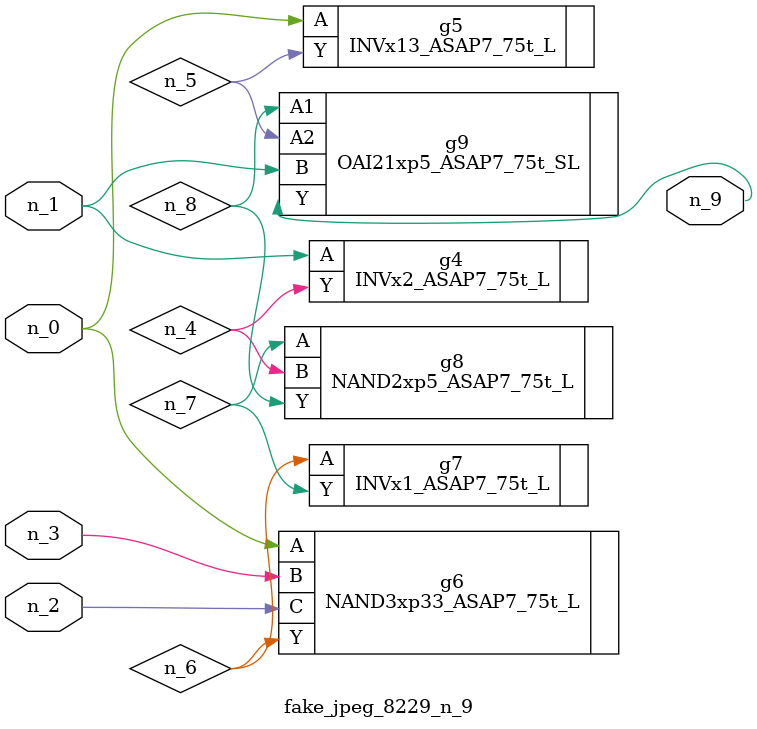
<source format=v>
module fake_jpeg_8229_n_9 (n_0, n_3, n_2, n_1, n_9);

input n_0;
input n_3;
input n_2;
input n_1;

output n_9;

wire n_4;
wire n_8;
wire n_6;
wire n_5;
wire n_7;

INVx2_ASAP7_75t_L g4 ( 
.A(n_1),
.Y(n_4)
);

INVx13_ASAP7_75t_L g5 ( 
.A(n_0),
.Y(n_5)
);

NAND3xp33_ASAP7_75t_L g6 ( 
.A(n_0),
.B(n_3),
.C(n_2),
.Y(n_6)
);

INVx1_ASAP7_75t_L g7 ( 
.A(n_6),
.Y(n_7)
);

NAND2xp5_ASAP7_75t_L g8 ( 
.A(n_7),
.B(n_4),
.Y(n_8)
);

OAI21xp5_ASAP7_75t_SL g9 ( 
.A1(n_8),
.A2(n_5),
.B(n_1),
.Y(n_9)
);


endmodule
</source>
